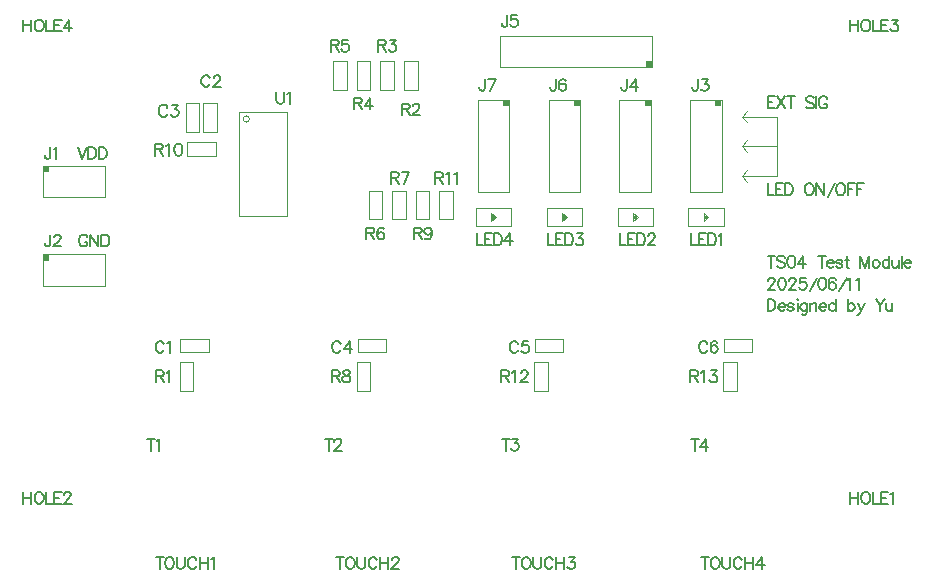
<source format=gto>
G04*
G04 #@! TF.GenerationSoftware,Altium Limited,Altium Designer,25.6.2 (33)*
G04*
G04 Layer_Color=8757620*
%FSLAX44Y44*%
%MOMM*%
G71*
G04*
G04 #@! TF.SameCoordinates,5A2B70AC-5458-4EE4-9834-206D764CF899*
G04*
G04*
G04 #@! TF.FilePolarity,Positive*
G04*
G01*
G75*
%ADD10C,0.1000*%
%ADD11C,0.2000*%
%ADD12R,0.6000X0.6000*%
%ADD13R,0.6000X0.6000*%
D10*
X223500Y402910D02*
G03*
X223500Y402910I-2760J0D01*
G01*
X640000Y355000D02*
X645000Y350000D01*
X640000Y355000D02*
X640000D01*
X645000Y360000D01*
X640000Y355000D02*
X640000D01*
Y380000D02*
X645000Y375000D01*
X640000Y380000D02*
X640000D01*
X645000Y385000D01*
X640000Y380000D02*
X640000D01*
X640000Y405000D02*
X645000Y400000D01*
X640000Y405000D02*
X645000Y410000D01*
X640000Y405000D02*
X640000D01*
X640000Y355000D02*
X670000D01*
Y380000D01*
X640000D02*
X670000D01*
Y405000D01*
X640000D02*
X670000D01*
X214500Y409250D02*
X255500D01*
X214500Y320750D02*
Y409250D01*
Y320750D02*
X255500D01*
Y409250D01*
X624250Y172870D02*
Y197130D01*
Y172870D02*
X635750D01*
Y197130D01*
X624500D02*
X635500D01*
X649130Y205500D02*
Y216500D01*
X624870Y205250D02*
X649130D01*
X624870D02*
Y216750D01*
X649130D01*
X464250Y172870D02*
Y197130D01*
Y172870D02*
X475750D01*
Y197130D01*
X464500D02*
X475500D01*
X489130Y205500D02*
Y216500D01*
X464870Y205250D02*
X489130D01*
X464870D02*
Y216750D01*
X489130D01*
X314250Y172870D02*
Y197130D01*
Y172870D02*
X325750D01*
Y197130D01*
X314500D02*
X325500D01*
X339130Y205500D02*
Y216500D01*
X314870Y205250D02*
X339130D01*
X314870D02*
Y216750D01*
X339130D01*
X354500Y452130D02*
X365500D01*
X365750Y427870D02*
Y452130D01*
X354250Y427870D02*
X365750D01*
X354250D02*
Y452130D01*
X334250Y427870D02*
Y452130D01*
Y427870D02*
X345750D01*
Y452130D01*
X334500D02*
X345500D01*
X314250Y427870D02*
Y452130D01*
Y427870D02*
X325750D01*
Y452130D01*
X314500D02*
X325500D01*
X294250Y427870D02*
Y452130D01*
Y427870D02*
X305750D01*
Y452130D01*
X294500D02*
X305500D01*
X395750Y317870D02*
Y342130D01*
X384250D02*
X395750D01*
X384250Y317870D02*
Y342130D01*
X384500Y317870D02*
X395500D01*
X375750D02*
Y342130D01*
X364250D02*
X375750D01*
X364250Y317870D02*
Y342130D01*
X364500Y317870D02*
X375500D01*
X355750D02*
Y342130D01*
X344250D02*
X355750D01*
X344250Y317870D02*
Y342130D01*
X344500Y317870D02*
X355500D01*
X335750D02*
Y342130D01*
X324250D02*
X335750D01*
X324250Y317870D02*
Y342130D01*
X324500Y317870D02*
X335500D01*
X609000Y319000D02*
Y321000D01*
Y320000D02*
X611000D01*
X608500Y318000D02*
Y322000D01*
X610500Y320000D01*
X608500Y318000D02*
X610500Y320000D01*
X608000Y316500D02*
X612000Y320000D01*
X608000Y316500D02*
Y323500D01*
X612000Y320000D01*
X595000Y327500D02*
X625000D01*
Y312500D02*
Y327500D01*
X595000Y312500D02*
X625000D01*
X595000D02*
Y327500D01*
X549000Y319000D02*
Y321000D01*
Y320000D02*
X551000D01*
X548500Y318000D02*
Y322000D01*
X550500Y320000D01*
X548500Y318000D02*
X550500Y320000D01*
X548000Y316500D02*
X552000Y320000D01*
X548000Y316500D02*
Y323500D01*
X552000Y320000D01*
X535000Y327500D02*
X565000D01*
Y312500D02*
Y327500D01*
X535000Y312500D02*
X565000D01*
X535000D02*
Y327500D01*
X489000Y319000D02*
Y321000D01*
Y320000D02*
X491000D01*
X488500Y318000D02*
Y322000D01*
X490500Y320000D01*
X488500Y318000D02*
X490500Y320000D01*
X488000Y316500D02*
X492000Y320000D01*
X488000Y316500D02*
Y323500D01*
X492000Y320000D01*
X475000Y327500D02*
X505000D01*
Y312500D02*
Y327500D01*
X475000Y312500D02*
X505000D01*
X475000D02*
Y327500D01*
X429000Y319000D02*
Y321000D01*
Y320000D02*
X431000D01*
X428500Y318000D02*
Y322000D01*
X430500Y320000D01*
X428500Y318000D02*
X430500Y320000D01*
X428000Y316500D02*
X432000Y320000D01*
X428000Y316500D02*
Y323500D01*
X432000Y320000D01*
X415000Y327500D02*
X445000D01*
Y312500D02*
Y327500D01*
X415000Y312500D02*
X445000D01*
X415000D02*
Y327500D01*
X48600Y288400D02*
X101400D01*
Y261600D02*
Y288400D01*
X48600Y261900D02*
X101400D01*
X48600Y261600D02*
Y288400D01*
Y363400D02*
X101400D01*
Y336600D02*
Y363400D01*
X48600Y336900D02*
X101400D01*
X48600Y336600D02*
Y363400D01*
X170740Y383450D02*
X195000D01*
X170740Y371950D02*
Y383450D01*
Y371950D02*
X195000D01*
Y372200D02*
Y383200D01*
X184500Y416130D02*
X195500D01*
X195750Y391870D02*
Y416130D01*
X184250Y391870D02*
X195750D01*
X184250D02*
Y416130D01*
X169500Y391870D02*
X180500D01*
X169250D02*
Y416130D01*
X180750D01*
Y391870D02*
Y416130D01*
X164250Y172870D02*
Y197130D01*
Y172870D02*
X175750D01*
Y197130D01*
X164500D02*
X175500D01*
X189130Y205500D02*
Y216500D01*
X164870Y205250D02*
X189130D01*
X164870D02*
Y216750D01*
X189130D01*
X443400Y340900D02*
Y419100D01*
X416600Y340900D02*
Y419100D01*
Y340900D02*
X443400D01*
X416600Y419100D02*
X443400D01*
X503400Y340900D02*
Y419100D01*
X476600Y340900D02*
Y419100D01*
Y340900D02*
X503400D01*
X476600Y419100D02*
X503400D01*
X563400Y340900D02*
Y419100D01*
X536600Y340900D02*
Y419100D01*
Y340900D02*
X563400D01*
X536600Y419100D02*
X563400D01*
X623400Y340900D02*
Y419100D01*
X596600Y340900D02*
Y419100D01*
Y340900D02*
X623400D01*
X596600Y419100D02*
X623400D01*
X435500Y446600D02*
X564500D01*
X435500Y473400D02*
X564500D01*
X435500Y446600D02*
Y473400D01*
X564500Y446600D02*
Y473400D01*
D11*
X662000Y250331D02*
Y240333D01*
Y250331D02*
X665333D01*
X666761Y249854D01*
X667713Y248902D01*
X668189Y247950D01*
X668665Y246522D01*
Y244141D01*
X668189Y242713D01*
X667713Y241761D01*
X666761Y240809D01*
X665333Y240333D01*
X662000D01*
X670903Y244141D02*
X676616D01*
Y245093D01*
X676140Y246046D01*
X675664Y246522D01*
X674712Y246998D01*
X673283D01*
X672331Y246522D01*
X671379Y245570D01*
X670903Y244141D01*
Y243189D01*
X671379Y241761D01*
X672331Y240809D01*
X673283Y240333D01*
X674712D01*
X675664Y240809D01*
X676616Y241761D01*
X683995Y245570D02*
X683519Y246522D01*
X682091Y246998D01*
X680663D01*
X679234Y246522D01*
X678758Y245570D01*
X679234Y244617D01*
X680187Y244141D01*
X682567Y243665D01*
X683519Y243189D01*
X683995Y242237D01*
Y241761D01*
X683519Y240809D01*
X682091Y240333D01*
X680663D01*
X679234Y240809D01*
X678758Y241761D01*
X687042Y250331D02*
X687518Y249854D01*
X687994Y250331D01*
X687518Y250807D01*
X687042Y250331D01*
X687518Y246998D02*
Y240333D01*
X695469Y246998D02*
Y239380D01*
X694993Y237952D01*
X694517Y237476D01*
X693565Y237000D01*
X692136D01*
X691184Y237476D01*
X695469Y245570D02*
X694517Y246522D01*
X693565Y246998D01*
X692136D01*
X691184Y246522D01*
X690232Y245570D01*
X689756Y244141D01*
Y243189D01*
X690232Y241761D01*
X691184Y240809D01*
X692136Y240333D01*
X693565D01*
X694517Y240809D01*
X695469Y241761D01*
X698135Y246998D02*
Y240333D01*
Y245093D02*
X699563Y246522D01*
X700516Y246998D01*
X701944D01*
X702896Y246522D01*
X703372Y245093D01*
Y240333D01*
X705991Y244141D02*
X711704D01*
Y245093D01*
X711227Y246046D01*
X710751Y246522D01*
X709799Y246998D01*
X708371D01*
X707419Y246522D01*
X706467Y245570D01*
X705991Y244141D01*
Y243189D01*
X706467Y241761D01*
X707419Y240809D01*
X708371Y240333D01*
X709799D01*
X710751Y240809D01*
X711704Y241761D01*
X719559Y250331D02*
Y240333D01*
Y245570D02*
X718607Y246522D01*
X717655Y246998D01*
X716227D01*
X715274Y246522D01*
X714322Y245570D01*
X713846Y244141D01*
Y243189D01*
X714322Y241761D01*
X715274Y240809D01*
X716227Y240333D01*
X717655D01*
X718607Y240809D01*
X719559Y241761D01*
X730081Y250331D02*
Y240333D01*
Y245570D02*
X731033Y246522D01*
X731985Y246998D01*
X733413D01*
X734365Y246522D01*
X735318Y245570D01*
X735794Y244141D01*
Y243189D01*
X735318Y241761D01*
X734365Y240809D01*
X733413Y240333D01*
X731985D01*
X731033Y240809D01*
X730081Y241761D01*
X738412Y246998D02*
X741269Y240333D01*
X744125Y246998D02*
X741269Y240333D01*
X740316Y238428D01*
X739364Y237476D01*
X738412Y237000D01*
X737936D01*
X753647Y250331D02*
X757456Y245570D01*
Y240333D01*
X761264Y250331D02*
X757456Y245570D01*
X762550Y246998D02*
Y242237D01*
X763026Y240809D01*
X763978Y240333D01*
X765406D01*
X766359Y240809D01*
X767787Y242237D01*
Y246998D02*
Y240333D01*
X662476Y266046D02*
Y266522D01*
X662952Y267474D01*
X663428Y267950D01*
X664380Y268426D01*
X666285D01*
X667237Y267950D01*
X667713Y267474D01*
X668189Y266522D01*
Y265570D01*
X667713Y264617D01*
X666761Y263189D01*
X662000Y258428D01*
X668665D01*
X673759Y268426D02*
X672331Y267950D01*
X671379Y266522D01*
X670903Y264141D01*
Y262713D01*
X671379Y260333D01*
X672331Y258904D01*
X673759Y258428D01*
X674712D01*
X676140Y258904D01*
X677092Y260333D01*
X677568Y262713D01*
Y264141D01*
X677092Y266522D01*
X676140Y267950D01*
X674712Y268426D01*
X673759D01*
X680282Y266046D02*
Y266522D01*
X680758Y267474D01*
X681234Y267950D01*
X682186Y268426D01*
X684090D01*
X685043Y267950D01*
X685519Y267474D01*
X685995Y266522D01*
Y265570D01*
X685519Y264617D01*
X684567Y263189D01*
X679806Y258428D01*
X686471D01*
X694422Y268426D02*
X689661D01*
X689185Y264141D01*
X689661Y264617D01*
X691089Y265093D01*
X692517D01*
X693945Y264617D01*
X694898Y263665D01*
X695374Y262237D01*
Y261285D01*
X694898Y259856D01*
X693945Y258904D01*
X692517Y258428D01*
X691089D01*
X689661Y258904D01*
X689185Y259380D01*
X688709Y260333D01*
X697611Y257000D02*
X704277Y268426D01*
X707800D02*
X706371Y267950D01*
X705419Y266522D01*
X704943Y264141D01*
Y262713D01*
X705419Y260333D01*
X706371Y258904D01*
X707800Y258428D01*
X708752D01*
X710180Y258904D01*
X711132Y260333D01*
X711608Y262713D01*
Y264141D01*
X711132Y266522D01*
X710180Y267950D01*
X708752Y268426D01*
X707800D01*
X719559Y266998D02*
X719083Y267950D01*
X717655Y268426D01*
X716703D01*
X715274Y267950D01*
X714322Y266522D01*
X713846Y264141D01*
Y261761D01*
X714322Y259856D01*
X715274Y258904D01*
X716703Y258428D01*
X717179D01*
X718607Y258904D01*
X719559Y259856D01*
X720035Y261285D01*
Y261761D01*
X719559Y263189D01*
X718607Y264141D01*
X717179Y264617D01*
X716703D01*
X715274Y264141D01*
X714322Y263189D01*
X713846Y261761D01*
X722225Y257000D02*
X728890Y268426D01*
X729557Y266522D02*
X730509Y266998D01*
X731937Y268426D01*
Y258428D01*
X736889Y266522D02*
X737841Y266998D01*
X739269Y268426D01*
Y258428D01*
X665333Y286998D02*
Y277000D01*
X662000Y286998D02*
X668665D01*
X676521Y285570D02*
X675568Y286522D01*
X674140Y286998D01*
X672236D01*
X670808Y286522D01*
X669855Y285570D01*
Y284617D01*
X670332Y283665D01*
X670808Y283189D01*
X671760Y282713D01*
X674616Y281761D01*
X675568Y281285D01*
X676045Y280809D01*
X676521Y279856D01*
Y278428D01*
X675568Y277476D01*
X674140Y277000D01*
X672236D01*
X670808Y277476D01*
X669855Y278428D01*
X681615Y286998D02*
X680187Y286522D01*
X679234Y285093D01*
X678758Y282713D01*
Y281285D01*
X679234Y278904D01*
X680187Y277476D01*
X681615Y277000D01*
X682567D01*
X683995Y277476D01*
X684947Y278904D01*
X685424Y281285D01*
Y282713D01*
X684947Y285093D01*
X683995Y286522D01*
X682567Y286998D01*
X681615D01*
X692422D02*
X687661Y280333D01*
X694802D01*
X692422Y286998D02*
Y277000D01*
X707752Y286998D02*
Y277000D01*
X704419Y286998D02*
X711085D01*
X712275Y280809D02*
X717988D01*
Y281761D01*
X717512Y282713D01*
X717036Y283189D01*
X716084Y283665D01*
X714655D01*
X713703Y283189D01*
X712751Y282237D01*
X712275Y280809D01*
Y279856D01*
X712751Y278428D01*
X713703Y277476D01*
X714655Y277000D01*
X716084D01*
X717036Y277476D01*
X717988Y278428D01*
X725367Y282237D02*
X724891Y283189D01*
X723463Y283665D01*
X722035D01*
X720607Y283189D01*
X720130Y282237D01*
X720607Y281285D01*
X721559Y280809D01*
X723939Y280333D01*
X724891Y279856D01*
X725367Y278904D01*
Y278428D01*
X724891Y277476D01*
X723463Y277000D01*
X722035D01*
X720607Y277476D01*
X720130Y278428D01*
X728890Y286998D02*
Y278904D01*
X729367Y277476D01*
X730319Y277000D01*
X731271D01*
X727462Y283665D02*
X730795D01*
X740555Y286998D02*
Y277000D01*
Y286998D02*
X744363Y277000D01*
X748172Y286998D02*
X744363Y277000D01*
X748172Y286998D02*
Y277000D01*
X753409Y283665D02*
X752457Y283189D01*
X751505Y282237D01*
X751029Y280809D01*
Y279856D01*
X751505Y278428D01*
X752457Y277476D01*
X753409Y277000D01*
X754837D01*
X755789Y277476D01*
X756742Y278428D01*
X757218Y279856D01*
Y280809D01*
X756742Y282237D01*
X755789Y283189D01*
X754837Y283665D01*
X753409D01*
X765121Y286998D02*
Y277000D01*
Y282237D02*
X764169Y283189D01*
X763216Y283665D01*
X761788D01*
X760836Y283189D01*
X759884Y282237D01*
X759408Y280809D01*
Y279856D01*
X759884Y278428D01*
X760836Y277476D01*
X761788Y277000D01*
X763216D01*
X764169Y277476D01*
X765121Y278428D01*
X767787Y283665D02*
Y278904D01*
X768263Y277476D01*
X769215Y277000D01*
X770643D01*
X771596Y277476D01*
X773024Y278904D01*
Y283665D02*
Y277000D01*
X775642Y286998D02*
Y277000D01*
X777737Y280809D02*
X783450D01*
Y281761D01*
X782974Y282713D01*
X782498Y283189D01*
X781546Y283665D01*
X780117D01*
X779165Y283189D01*
X778213Y282237D01*
X777737Y280809D01*
Y279856D01*
X778213Y278428D01*
X779165Y277476D01*
X780117Y277000D01*
X781546D01*
X782498Y277476D01*
X783450Y278428D01*
X668189Y421998D02*
X662000D01*
Y412000D01*
X668189D01*
X662000Y417237D02*
X665809D01*
X669855Y421998D02*
X676521Y412000D01*
Y421998D02*
X669855Y412000D01*
X682091Y421998D02*
Y412000D01*
X678758Y421998D02*
X685424D01*
X701134Y420570D02*
X700182Y421522D01*
X698754Y421998D01*
X696850D01*
X695421Y421522D01*
X694469Y420570D01*
Y419617D01*
X694945Y418665D01*
X695421Y418189D01*
X696374Y417713D01*
X699230Y416761D01*
X700182Y416285D01*
X700658Y415809D01*
X701134Y414856D01*
Y413428D01*
X700182Y412476D01*
X698754Y412000D01*
X696850D01*
X695421Y412476D01*
X694469Y413428D01*
X703372Y421998D02*
Y412000D01*
X712608Y419617D02*
X712132Y420570D01*
X711180Y421522D01*
X710228Y421998D01*
X708323D01*
X707371Y421522D01*
X706419Y420570D01*
X705943Y419617D01*
X705467Y418189D01*
Y415809D01*
X705943Y414380D01*
X706419Y413428D01*
X707371Y412476D01*
X708323Y412000D01*
X710228D01*
X711180Y412476D01*
X712132Y413428D01*
X712608Y414380D01*
Y415809D01*
X710228D02*
X712608D01*
X662000Y348426D02*
Y338428D01*
X667713D01*
X674997Y348426D02*
X668808D01*
Y338428D01*
X674997D01*
X668808Y343665D02*
X672617D01*
X676664Y348426D02*
Y338428D01*
Y348426D02*
X679996D01*
X681424Y347950D01*
X682377Y346998D01*
X682853Y346046D01*
X683329Y344617D01*
Y342237D01*
X682853Y340809D01*
X682377Y339856D01*
X681424Y338904D01*
X679996Y338428D01*
X676664D01*
X696278Y348426D02*
X695326Y347950D01*
X694374Y346998D01*
X693898Y346046D01*
X693422Y344617D01*
Y342237D01*
X693898Y340809D01*
X694374Y339856D01*
X695326Y338904D01*
X696278Y338428D01*
X698183D01*
X699135Y338904D01*
X700087Y339856D01*
X700563Y340809D01*
X701039Y342237D01*
Y344617D01*
X700563Y346046D01*
X700087Y346998D01*
X699135Y347950D01*
X698183Y348426D01*
X696278D01*
X703372D02*
Y338428D01*
Y348426D02*
X710037Y338428D01*
Y348426D02*
Y338428D01*
X712799Y337000D02*
X719464Y348426D01*
X722987D02*
X722035Y347950D01*
X721083Y346998D01*
X720607Y346046D01*
X720130Y344617D01*
Y342237D01*
X720607Y340809D01*
X721083Y339856D01*
X722035Y338904D01*
X722987Y338428D01*
X724891D01*
X725844Y338904D01*
X726796Y339856D01*
X727272Y340809D01*
X727748Y342237D01*
Y344617D01*
X727272Y346046D01*
X726796Y346998D01*
X725844Y347950D01*
X724891Y348426D01*
X722987D01*
X730081D02*
Y338428D01*
Y348426D02*
X736270D01*
X730081Y343665D02*
X733889D01*
X737412Y348426D02*
Y338428D01*
Y348426D02*
X743602D01*
X737412Y343665D02*
X741221D01*
X246096Y425999D02*
Y418858D01*
X246573Y417429D01*
X247525Y416477D01*
X248953Y416001D01*
X249905D01*
X251334Y416477D01*
X252286Y417429D01*
X252762Y418858D01*
Y425999D01*
X255523Y424095D02*
X256475Y424571D01*
X257903Y425999D01*
Y416001D01*
X596550Y189999D02*
Y180001D01*
Y189999D02*
X600835D01*
X602263Y189523D01*
X602739Y189047D01*
X603215Y188095D01*
Y187142D01*
X602739Y186190D01*
X602263Y185714D01*
X600835Y185238D01*
X596550D01*
X599883D02*
X603215Y180001D01*
X605453Y188095D02*
X606405Y188571D01*
X607833Y189999D01*
Y180001D01*
X613737Y189999D02*
X618974D01*
X616117Y186190D01*
X617546D01*
X618498Y185714D01*
X618974Y185238D01*
X619450Y183810D01*
Y182858D01*
X618974Y181429D01*
X618022Y180477D01*
X616593Y180001D01*
X615165D01*
X613737Y180477D01*
X613261Y180953D01*
X612785Y181905D01*
X611072Y212619D02*
X610596Y213571D01*
X609643Y214523D01*
X608691Y214999D01*
X606787D01*
X605835Y214523D01*
X604883Y213571D01*
X604406Y212619D01*
X603930Y211190D01*
Y208810D01*
X604406Y207381D01*
X604883Y206429D01*
X605835Y205477D01*
X606787Y205001D01*
X608691D01*
X609643Y205477D01*
X610596Y206429D01*
X611072Y207381D01*
X619594Y213571D02*
X619118Y214523D01*
X617689Y214999D01*
X616737D01*
X615309Y214523D01*
X614357Y213095D01*
X613881Y210714D01*
Y208334D01*
X614357Y206429D01*
X615309Y205477D01*
X616737Y205001D01*
X617213D01*
X618642Y205477D01*
X619594Y206429D01*
X620070Y207858D01*
Y208334D01*
X619594Y209762D01*
X618642Y210714D01*
X617213Y211190D01*
X616737D01*
X615309Y210714D01*
X614357Y209762D01*
X613881Y208334D01*
X436550Y189999D02*
Y180001D01*
Y189999D02*
X440835D01*
X442263Y189523D01*
X442739Y189047D01*
X443215Y188095D01*
Y187142D01*
X442739Y186190D01*
X442263Y185714D01*
X440835Y185238D01*
X436550D01*
X439883D02*
X443215Y180001D01*
X445453Y188095D02*
X446405Y188571D01*
X447833Y189999D01*
Y180001D01*
X453261Y187619D02*
Y188095D01*
X453737Y189047D01*
X454213Y189523D01*
X455165Y189999D01*
X457070D01*
X458022Y189523D01*
X458498Y189047D01*
X458974Y188095D01*
Y187142D01*
X458498Y186190D01*
X457546Y184762D01*
X452785Y180001D01*
X459450D01*
X450834Y212619D02*
X450358Y213571D01*
X449405Y214523D01*
X448453Y214999D01*
X446549D01*
X445597Y214523D01*
X444644Y213571D01*
X444168Y212619D01*
X443692Y211190D01*
Y208810D01*
X444168Y207381D01*
X444644Y206429D01*
X445597Y205477D01*
X446549Y205001D01*
X448453D01*
X449405Y205477D01*
X450358Y206429D01*
X450834Y207381D01*
X459356Y214999D02*
X454595D01*
X454119Y210714D01*
X454595Y211190D01*
X456023Y211666D01*
X457451D01*
X458880Y211190D01*
X459832Y210238D01*
X460308Y208810D01*
Y207858D01*
X459832Y206429D01*
X458880Y205477D01*
X457451Y205001D01*
X456023D01*
X454595Y205477D01*
X454119Y205953D01*
X453643Y206905D01*
X293216Y189999D02*
Y180001D01*
Y189999D02*
X297501D01*
X298929Y189523D01*
X299405Y189047D01*
X299881Y188095D01*
Y187142D01*
X299405Y186190D01*
X298929Y185714D01*
X297501Y185238D01*
X293216D01*
X296549D02*
X299881Y180001D01*
X304499Y189999D02*
X303071Y189523D01*
X302595Y188571D01*
Y187619D01*
X303071Y186666D01*
X304023Y186190D01*
X305928Y185714D01*
X307356Y185238D01*
X308308Y184286D01*
X308784Y183334D01*
Y181905D01*
X308308Y180953D01*
X307832Y180477D01*
X306404Y180001D01*
X304499D01*
X303071Y180477D01*
X302595Y180953D01*
X302119Y181905D01*
Y183334D01*
X302595Y184286D01*
X303547Y185238D01*
X304975Y185714D01*
X306880Y186190D01*
X307832Y186666D01*
X308308Y187619D01*
Y188571D01*
X307832Y189523D01*
X306404Y189999D01*
X304499D01*
X300596Y212619D02*
X300119Y213571D01*
X299167Y214523D01*
X298215Y214999D01*
X296311D01*
X295359Y214523D01*
X294406Y213571D01*
X293930Y212619D01*
X293454Y211190D01*
Y208810D01*
X293930Y207381D01*
X294406Y206429D01*
X295359Y205477D01*
X296311Y205001D01*
X298215D01*
X299167Y205477D01*
X300119Y206429D01*
X300596Y207381D01*
X308165Y214999D02*
X303405Y208334D01*
X310546D01*
X308165Y214999D02*
Y205001D01*
X352216Y415999D02*
Y406001D01*
Y415999D02*
X356501D01*
X357929Y415523D01*
X358405Y415047D01*
X358881Y414095D01*
Y413142D01*
X358405Y412190D01*
X357929Y411714D01*
X356501Y411238D01*
X352216D01*
X355549D02*
X358881Y406001D01*
X361595Y413619D02*
Y414095D01*
X362071Y415047D01*
X362547Y415523D01*
X363499Y415999D01*
X365404D01*
X366356Y415523D01*
X366832Y415047D01*
X367308Y414095D01*
Y413142D01*
X366832Y412190D01*
X365880Y410762D01*
X361119Y406001D01*
X367784D01*
X332216Y469999D02*
Y460001D01*
Y469999D02*
X336501D01*
X337929Y469523D01*
X338405Y469047D01*
X338881Y468095D01*
Y467142D01*
X338405Y466190D01*
X337929Y465714D01*
X336501Y465238D01*
X332216D01*
X335549D02*
X338881Y460001D01*
X342071Y469999D02*
X347308D01*
X344451Y466190D01*
X345880D01*
X346832Y465714D01*
X347308Y465238D01*
X347784Y463810D01*
Y462858D01*
X347308Y461429D01*
X346356Y460477D01*
X344927Y460001D01*
X343499D01*
X342071Y460477D01*
X341595Y460953D01*
X341119Y461906D01*
X311978Y420999D02*
Y411001D01*
Y420999D02*
X316263D01*
X317691Y420523D01*
X318167Y420047D01*
X318643Y419095D01*
Y418142D01*
X318167Y417190D01*
X317691Y416714D01*
X316263Y416238D01*
X311978D01*
X315310D02*
X318643Y411001D01*
X325642Y420999D02*
X320881Y414334D01*
X328022D01*
X325642Y420999D02*
Y411001D01*
X292216Y469999D02*
Y460001D01*
Y469999D02*
X296501D01*
X297929Y469523D01*
X298405Y469047D01*
X298881Y468095D01*
Y467142D01*
X298405Y466190D01*
X297929Y465714D01*
X296501Y465238D01*
X292216D01*
X295549D02*
X298881Y460001D01*
X306832Y469999D02*
X302071D01*
X301595Y465714D01*
X302071Y466190D01*
X303499Y466666D01*
X304928D01*
X306356Y466190D01*
X307308Y465238D01*
X307784Y463810D01*
Y462858D01*
X307308Y461429D01*
X306356Y460477D01*
X304928Y460001D01*
X303499D01*
X302071Y460477D01*
X301595Y460953D01*
X301119Y461906D01*
X380692Y357999D02*
Y348001D01*
Y357999D02*
X384977D01*
X386406Y357523D01*
X386882Y357047D01*
X387358Y356095D01*
Y355142D01*
X386882Y354190D01*
X386406Y353714D01*
X384977Y353238D01*
X380692D01*
X384025D02*
X387358Y348001D01*
X389595Y356095D02*
X390547Y356571D01*
X391976Y357999D01*
Y348001D01*
X396927Y356095D02*
X397879Y356571D01*
X399308Y357999D01*
Y348001D01*
X362454Y310999D02*
Y301001D01*
Y310999D02*
X366739D01*
X368167Y310523D01*
X368643Y310047D01*
X369119Y309095D01*
Y308142D01*
X368643Y307190D01*
X368167Y306714D01*
X366739Y306238D01*
X362454D01*
X365787D02*
X369119Y301001D01*
X377546Y307666D02*
X377070Y306238D01*
X376118Y305286D01*
X374689Y304810D01*
X374213D01*
X372785Y305286D01*
X371833Y306238D01*
X371357Y307666D01*
Y308142D01*
X371833Y309571D01*
X372785Y310523D01*
X374213Y310999D01*
X374689D01*
X376118Y310523D01*
X377070Y309571D01*
X377546Y307666D01*
Y305286D01*
X377070Y302905D01*
X376118Y301477D01*
X374689Y301001D01*
X373737D01*
X372309Y301477D01*
X371833Y302429D01*
X343216Y357999D02*
Y348001D01*
Y357999D02*
X347501D01*
X348929Y357523D01*
X349405Y357047D01*
X349881Y356095D01*
Y355142D01*
X349405Y354190D01*
X348929Y353714D01*
X347501Y353238D01*
X343216D01*
X346549D02*
X349881Y348001D01*
X358784Y357999D02*
X354023Y348001D01*
X352119Y357999D02*
X358784D01*
X322454Y310999D02*
Y301001D01*
Y310999D02*
X326739D01*
X328167Y310523D01*
X328643Y310047D01*
X329119Y309095D01*
Y308142D01*
X328643Y307190D01*
X328167Y306714D01*
X326739Y306238D01*
X322454D01*
X325787D02*
X329119Y301001D01*
X337070Y309571D02*
X336594Y310523D01*
X335166Y310999D01*
X334213D01*
X332785Y310523D01*
X331833Y309095D01*
X331357Y306714D01*
Y304334D01*
X331833Y302429D01*
X332785Y301477D01*
X334213Y301001D01*
X334689D01*
X336118Y301477D01*
X337070Y302429D01*
X337546Y303858D01*
Y304334D01*
X337070Y305762D01*
X336118Y306714D01*
X334689Y307190D01*
X334213D01*
X332785Y306714D01*
X331833Y305762D01*
X331357Y304334D01*
X597027Y305999D02*
Y296001D01*
X602740D01*
X610024Y305999D02*
X603835D01*
Y296001D01*
X610024D01*
X603835Y301238D02*
X607643D01*
X611690Y305999D02*
Y296001D01*
Y305999D02*
X615023D01*
X616451Y305523D01*
X617403Y304571D01*
X617879Y303619D01*
X618355Y302190D01*
Y299810D01*
X617879Y298382D01*
X617403Y297429D01*
X616451Y296477D01*
X615023Y296001D01*
X611690D01*
X620593Y304095D02*
X621545Y304571D01*
X622973Y305999D01*
Y296001D01*
X536884Y305999D02*
Y296001D01*
X542597D01*
X549881Y305999D02*
X543692D01*
Y296001D01*
X549881D01*
X543692Y301238D02*
X547501D01*
X551548Y305999D02*
Y296001D01*
Y305999D02*
X554880D01*
X556309Y305523D01*
X557261Y304571D01*
X557737Y303619D01*
X558213Y302190D01*
Y299810D01*
X557737Y298382D01*
X557261Y297429D01*
X556309Y296477D01*
X554880Y296001D01*
X551548D01*
X560927Y303619D02*
Y304095D01*
X561403Y305047D01*
X561879Y305523D01*
X562831Y305999D01*
X564735D01*
X565687Y305523D01*
X566164Y305047D01*
X566640Y304095D01*
Y303142D01*
X566164Y302190D01*
X565211Y300762D01*
X560451Y296001D01*
X567116D01*
X475884Y305999D02*
Y296001D01*
X481597D01*
X488881Y305999D02*
X482692D01*
Y296001D01*
X488881D01*
X482692Y301238D02*
X486501D01*
X490548Y305999D02*
Y296001D01*
Y305999D02*
X493880D01*
X495309Y305523D01*
X496261Y304571D01*
X496737Y303619D01*
X497213Y302190D01*
Y299810D01*
X496737Y298382D01*
X496261Y297429D01*
X495309Y296477D01*
X493880Y296001D01*
X490548D01*
X500403Y305999D02*
X505640D01*
X502783Y302190D01*
X504212D01*
X505164Y301714D01*
X505640Y301238D01*
X506116Y299810D01*
Y298858D01*
X505640Y297429D01*
X504688Y296477D01*
X503259Y296001D01*
X501831D01*
X500403Y296477D01*
X499927Y296953D01*
X499451Y297905D01*
X415646Y305999D02*
Y296001D01*
X421359D01*
X428643Y305999D02*
X422454D01*
Y296001D01*
X428643D01*
X422454Y301238D02*
X426263D01*
X430310Y305999D02*
Y296001D01*
Y305999D02*
X433642D01*
X435071Y305523D01*
X436023Y304571D01*
X436499Y303619D01*
X436975Y302190D01*
Y299810D01*
X436499Y298382D01*
X436023Y297429D01*
X435071Y296477D01*
X433642Y296001D01*
X430310D01*
X443973Y305999D02*
X439212Y299334D01*
X446354D01*
X443973Y305999D02*
Y296001D01*
X609333Y31998D02*
Y22000D01*
X606000Y31998D02*
X612665D01*
X616712D02*
X615760Y31522D01*
X614808Y30570D01*
X614332Y29617D01*
X613856Y28189D01*
Y25809D01*
X614332Y24380D01*
X614808Y23428D01*
X615760Y22476D01*
X616712Y22000D01*
X618616D01*
X619568Y22476D01*
X620521Y23428D01*
X620997Y24380D01*
X621473Y25809D01*
Y28189D01*
X620997Y29617D01*
X620521Y30570D01*
X619568Y31522D01*
X618616Y31998D01*
X616712D01*
X623806D02*
Y24857D01*
X624282Y23428D01*
X625234Y22476D01*
X626662Y22000D01*
X627614D01*
X629043Y22476D01*
X629995Y23428D01*
X630471Y24857D01*
Y31998D01*
X640374Y29617D02*
X639897Y30570D01*
X638945Y31522D01*
X637993Y31998D01*
X636089D01*
X635137Y31522D01*
X634184Y30570D01*
X633708Y29617D01*
X633232Y28189D01*
Y25809D01*
X633708Y24380D01*
X634184Y23428D01*
X635137Y22476D01*
X636089Y22000D01*
X637993D01*
X638945Y22476D01*
X639897Y23428D01*
X640374Y24380D01*
X643183Y31998D02*
Y22000D01*
X649848Y31998D02*
Y22000D01*
X643183Y27237D02*
X649848D01*
X657370Y31998D02*
X652609Y25333D01*
X659750D01*
X657370Y31998D02*
Y22000D01*
X449333Y31998D02*
Y22000D01*
X446000Y31998D02*
X452665D01*
X456712D02*
X455760Y31522D01*
X454808Y30570D01*
X454332Y29617D01*
X453856Y28189D01*
Y25809D01*
X454332Y24380D01*
X454808Y23428D01*
X455760Y22476D01*
X456712Y22000D01*
X458616D01*
X459568Y22476D01*
X460521Y23428D01*
X460997Y24380D01*
X461473Y25809D01*
Y28189D01*
X460997Y29617D01*
X460521Y30570D01*
X459568Y31522D01*
X458616Y31998D01*
X456712D01*
X463806D02*
Y24857D01*
X464282Y23428D01*
X465234Y22476D01*
X466662Y22000D01*
X467614D01*
X469043Y22476D01*
X469995Y23428D01*
X470471Y24857D01*
Y31998D01*
X480374Y29617D02*
X479897Y30570D01*
X478945Y31522D01*
X477993Y31998D01*
X476089D01*
X475137Y31522D01*
X474184Y30570D01*
X473708Y29617D01*
X473232Y28189D01*
Y25809D01*
X473708Y24380D01*
X474184Y23428D01*
X475137Y22476D01*
X476089Y22000D01*
X477993D01*
X478945Y22476D01*
X479897Y23428D01*
X480374Y24380D01*
X483182Y31998D02*
Y22000D01*
X489848Y31998D02*
Y22000D01*
X483182Y27237D02*
X489848D01*
X493561Y31998D02*
X498798D01*
X495942Y28189D01*
X497370D01*
X498322Y27713D01*
X498798Y27237D01*
X499274Y25809D01*
Y24857D01*
X498798Y23428D01*
X497846Y22476D01*
X496418Y22000D01*
X494990D01*
X493561Y22476D01*
X493085Y22952D01*
X492609Y23904D01*
X300333Y31998D02*
Y22000D01*
X297000Y31998D02*
X303665D01*
X307712D02*
X306760Y31522D01*
X305808Y30570D01*
X305331Y29617D01*
X304855Y28189D01*
Y25809D01*
X305331Y24380D01*
X305808Y23428D01*
X306760Y22476D01*
X307712Y22000D01*
X309616D01*
X310569Y22476D01*
X311521Y23428D01*
X311997Y24380D01*
X312473Y25809D01*
Y28189D01*
X311997Y29617D01*
X311521Y30570D01*
X310569Y31522D01*
X309616Y31998D01*
X307712D01*
X314806D02*
Y24857D01*
X315282Y23428D01*
X316234Y22476D01*
X317662Y22000D01*
X318614D01*
X320043Y22476D01*
X320995Y23428D01*
X321471Y24857D01*
Y31998D01*
X331374Y29617D02*
X330897Y30570D01*
X329945Y31522D01*
X328993Y31998D01*
X327089D01*
X326137Y31522D01*
X325184Y30570D01*
X324708Y29617D01*
X324232Y28189D01*
Y25809D01*
X324708Y24380D01*
X325184Y23428D01*
X326137Y22476D01*
X327089Y22000D01*
X328993D01*
X329945Y22476D01*
X330897Y23428D01*
X331374Y24380D01*
X334183Y31998D02*
Y22000D01*
X340848Y31998D02*
Y22000D01*
X334183Y27237D02*
X340848D01*
X344085Y29617D02*
Y30094D01*
X344561Y31046D01*
X345037Y31522D01*
X345989Y31998D01*
X347894D01*
X348846Y31522D01*
X349322Y31046D01*
X349798Y30094D01*
Y29141D01*
X349322Y28189D01*
X348370Y26761D01*
X343609Y22000D01*
X350274D01*
X147333Y31998D02*
Y22000D01*
X144000Y31998D02*
X150665D01*
X154712D02*
X153760Y31522D01*
X152808Y30570D01*
X152331Y29617D01*
X151855Y28189D01*
Y25809D01*
X152331Y24380D01*
X152808Y23428D01*
X153760Y22476D01*
X154712Y22000D01*
X156616D01*
X157569Y22476D01*
X158521Y23428D01*
X158997Y24380D01*
X159473Y25809D01*
Y28189D01*
X158997Y29617D01*
X158521Y30570D01*
X157569Y31522D01*
X156616Y31998D01*
X154712D01*
X161806D02*
Y24857D01*
X162282Y23428D01*
X163234Y22476D01*
X164662Y22000D01*
X165614D01*
X167043Y22476D01*
X167995Y23428D01*
X168471Y24857D01*
Y31998D01*
X178374Y29617D02*
X177897Y30570D01*
X176945Y31522D01*
X175993Y31998D01*
X174089D01*
X173137Y31522D01*
X172184Y30570D01*
X171708Y29617D01*
X171232Y28189D01*
Y25809D01*
X171708Y24380D01*
X172184Y23428D01*
X173137Y22476D01*
X174089Y22000D01*
X175993D01*
X176945Y22476D01*
X177897Y23428D01*
X178374Y24380D01*
X181182Y31998D02*
Y22000D01*
X187848Y31998D02*
Y22000D01*
X181182Y27237D02*
X187848D01*
X190609Y30094D02*
X191561Y30570D01*
X192990Y31998D01*
Y22000D01*
X54799Y304999D02*
Y297381D01*
X54323Y295953D01*
X53847Y295477D01*
X52895Y295001D01*
X51942D01*
X50990Y295477D01*
X50514Y295953D01*
X50038Y297381D01*
Y298334D01*
X57846Y302619D02*
Y303095D01*
X58322Y304047D01*
X58798Y304523D01*
X59750Y304999D01*
X61655D01*
X62607Y304523D01*
X63083Y304047D01*
X63559Y303095D01*
Y302142D01*
X63083Y301190D01*
X62131Y299762D01*
X57370Y295001D01*
X64035D01*
X86141Y302617D02*
X85665Y303570D01*
X84713Y304522D01*
X83761Y304998D01*
X81856D01*
X80904Y304522D01*
X79952Y303570D01*
X79476Y302617D01*
X79000Y301189D01*
Y298809D01*
X79476Y297380D01*
X79952Y296428D01*
X80904Y295476D01*
X81856Y295000D01*
X83761D01*
X84713Y295476D01*
X85665Y296428D01*
X86141Y297380D01*
Y298809D01*
X83761D02*
X86141D01*
X88427Y304998D02*
Y295000D01*
Y304998D02*
X95092Y295000D01*
Y304998D02*
Y295000D01*
X97853Y304998D02*
Y295000D01*
Y304998D02*
X101186D01*
X102614Y304522D01*
X103566Y303570D01*
X104042Y302617D01*
X104518Y301189D01*
Y298809D01*
X104042Y297380D01*
X103566Y296428D01*
X102614Y295476D01*
X101186Y295000D01*
X97853D01*
X78000Y378998D02*
X81809Y369000D01*
X85617Y378998D02*
X81809Y369000D01*
X86903Y378998D02*
Y369000D01*
Y378998D02*
X90236D01*
X91664Y378522D01*
X92616Y377570D01*
X93092Y376617D01*
X93568Y375189D01*
Y372809D01*
X93092Y371380D01*
X92616Y370428D01*
X91664Y369476D01*
X90236Y369000D01*
X86903D01*
X95806Y378998D02*
Y369000D01*
Y378998D02*
X99138D01*
X100567Y378522D01*
X101519Y377570D01*
X101995Y376617D01*
X102471Y375189D01*
Y372809D01*
X101995Y371380D01*
X101519Y370428D01*
X100567Y369476D01*
X99138Y369000D01*
X95806D01*
X54905Y378999D02*
Y371381D01*
X54429Y369953D01*
X53953Y369477D01*
X53000Y369001D01*
X52048D01*
X51096Y369477D01*
X50620Y369953D01*
X50144Y371381D01*
Y372334D01*
X57476Y377095D02*
X58428Y377571D01*
X59856Y378999D01*
Y369001D01*
X143550Y381999D02*
Y372001D01*
Y381999D02*
X147835D01*
X149263Y381523D01*
X149739Y381047D01*
X150215Y380095D01*
Y379142D01*
X149739Y378190D01*
X149263Y377714D01*
X147835Y377238D01*
X143550D01*
X146883D02*
X150215Y372001D01*
X152453Y380095D02*
X153405Y380571D01*
X154833Y381999D01*
Y372001D01*
X162641Y381999D02*
X161213Y381523D01*
X160261Y380095D01*
X159785Y377714D01*
Y376286D01*
X160261Y373905D01*
X161213Y372477D01*
X162641Y372001D01*
X163593D01*
X165022Y372477D01*
X165974Y373905D01*
X166450Y376286D01*
Y377714D01*
X165974Y380095D01*
X165022Y381523D01*
X163593Y381999D01*
X162641D01*
X189834Y437618D02*
X189357Y438571D01*
X188405Y439523D01*
X187453Y439999D01*
X185549D01*
X184597Y439523D01*
X183644Y438571D01*
X183168Y437618D01*
X182692Y436190D01*
Y433810D01*
X183168Y432382D01*
X183644Y431429D01*
X184597Y430477D01*
X185549Y430001D01*
X187453D01*
X188405Y430477D01*
X189357Y431429D01*
X189834Y432382D01*
X193119Y437618D02*
Y438095D01*
X193595Y439047D01*
X194071Y439523D01*
X195023Y439999D01*
X196927D01*
X197880Y439523D01*
X198356Y439047D01*
X198832Y438095D01*
Y437142D01*
X198356Y436190D01*
X197403Y434762D01*
X192642Y430001D01*
X199308D01*
X153834Y412618D02*
X153357Y413571D01*
X152405Y414523D01*
X151453Y414999D01*
X149549D01*
X148597Y414523D01*
X147644Y413571D01*
X147168Y412618D01*
X146692Y411190D01*
Y408810D01*
X147168Y407382D01*
X147644Y406429D01*
X148597Y405477D01*
X149549Y405001D01*
X151453D01*
X152405Y405477D01*
X153357Y406429D01*
X153834Y407382D01*
X157595Y414999D02*
X162832D01*
X159975Y411190D01*
X161403D01*
X162356Y410714D01*
X162832Y410238D01*
X163308Y408810D01*
Y407858D01*
X162832Y406429D01*
X161880Y405477D01*
X160451Y405001D01*
X159023D01*
X157595Y405477D01*
X157119Y405953D01*
X156643Y406905D01*
X144358Y189999D02*
Y180001D01*
Y189999D02*
X148643D01*
X150071Y189523D01*
X150548Y189047D01*
X151024Y188095D01*
Y187142D01*
X150548Y186190D01*
X150071Y185714D01*
X148643Y185238D01*
X144358D01*
X147691D02*
X151024Y180001D01*
X153261Y188095D02*
X154213Y188571D01*
X155642Y189999D01*
Y180001D01*
X150976Y212619D02*
X150500Y213571D01*
X149548Y214523D01*
X148596Y214999D01*
X146691D01*
X145739Y214523D01*
X144787Y213571D01*
X144311Y212619D01*
X143835Y211190D01*
Y208810D01*
X144311Y207381D01*
X144787Y206429D01*
X145739Y205477D01*
X146691Y205001D01*
X148596D01*
X149548Y205477D01*
X150500Y206429D01*
X150976Y207381D01*
X153785Y213095D02*
X154737Y213571D01*
X156165Y214999D01*
Y205001D01*
X32004Y487010D02*
Y477012D01*
X38669Y487010D02*
Y477012D01*
X32004Y482249D02*
X38669D01*
X44287Y487010D02*
X43335Y486534D01*
X42383Y485582D01*
X41907Y484629D01*
X41431Y483201D01*
Y480821D01*
X41907Y479392D01*
X42383Y478440D01*
X43335Y477488D01*
X44287Y477012D01*
X46191D01*
X47144Y477488D01*
X48096Y478440D01*
X48572Y479392D01*
X49048Y480821D01*
Y483201D01*
X48572Y484629D01*
X48096Y485582D01*
X47144Y486534D01*
X46191Y487010D01*
X44287D01*
X51381D02*
Y477012D01*
X57094D01*
X64378Y487010D02*
X58189D01*
Y477012D01*
X64378D01*
X58189Y482249D02*
X61998D01*
X70805Y487010D02*
X66044Y480345D01*
X73186D01*
X70805Y487010D02*
Y477012D01*
X732028Y487010D02*
Y477012D01*
X738693Y487010D02*
Y477012D01*
X732028Y482249D02*
X738693D01*
X744311Y487010D02*
X743359Y486534D01*
X742407Y485582D01*
X741931Y484629D01*
X741454Y483201D01*
Y480821D01*
X741931Y479392D01*
X742407Y478440D01*
X743359Y477488D01*
X744311Y477012D01*
X746215D01*
X747168Y477488D01*
X748120Y478440D01*
X748596Y479392D01*
X749072Y480821D01*
Y483201D01*
X748596Y484629D01*
X748120Y485582D01*
X747168Y486534D01*
X746215Y487010D01*
X744311D01*
X751405D02*
Y477012D01*
X757118D01*
X764402Y487010D02*
X758213D01*
Y477012D01*
X764402D01*
X758213Y482249D02*
X762022D01*
X767020Y487010D02*
X772258D01*
X769401Y483201D01*
X770829D01*
X771781Y482725D01*
X772258Y482249D01*
X772734Y480821D01*
Y479869D01*
X772258Y478440D01*
X771305Y477488D01*
X769877Y477012D01*
X768449D01*
X767020Y477488D01*
X766544Y477964D01*
X766068Y478916D01*
X32004Y87214D02*
Y77216D01*
X38669Y87214D02*
Y77216D01*
X32004Y82453D02*
X38669D01*
X44287Y87214D02*
X43335Y86738D01*
X42383Y85786D01*
X41907Y84833D01*
X41431Y83405D01*
Y81025D01*
X41907Y79596D01*
X42383Y78644D01*
X43335Y77692D01*
X44287Y77216D01*
X46191D01*
X47144Y77692D01*
X48096Y78644D01*
X48572Y79596D01*
X49048Y81025D01*
Y83405D01*
X48572Y84833D01*
X48096Y85786D01*
X47144Y86738D01*
X46191Y87214D01*
X44287D01*
X51381D02*
Y77216D01*
X57094D01*
X64378Y87214D02*
X58189D01*
Y77216D01*
X64378D01*
X58189Y82453D02*
X61998D01*
X66520Y84833D02*
Y85309D01*
X66996Y86262D01*
X67473Y86738D01*
X68425Y87214D01*
X70329D01*
X71281Y86738D01*
X71757Y86262D01*
X72234Y85309D01*
Y84357D01*
X71757Y83405D01*
X70805Y81977D01*
X66044Y77216D01*
X72710D01*
X732028Y87214D02*
Y77216D01*
X738693Y87214D02*
Y77216D01*
X732028Y82453D02*
X738693D01*
X744311Y87214D02*
X743359Y86738D01*
X742407Y85786D01*
X741931Y84833D01*
X741454Y83405D01*
Y81025D01*
X741931Y79596D01*
X742407Y78644D01*
X743359Y77692D01*
X744311Y77216D01*
X746215D01*
X747168Y77692D01*
X748120Y78644D01*
X748596Y79596D01*
X749072Y81025D01*
Y83405D01*
X748596Y84833D01*
X748120Y85786D01*
X747168Y86738D01*
X746215Y87214D01*
X744311D01*
X751405D02*
Y77216D01*
X757118D01*
X764402Y87214D02*
X758213D01*
Y77216D01*
X764402D01*
X758213Y82453D02*
X762022D01*
X766068Y85309D02*
X767020Y85786D01*
X768449Y87214D01*
Y77216D01*
X600233Y132172D02*
Y122174D01*
X596900Y132172D02*
X603565D01*
X609516D02*
X604756Y125507D01*
X611897D01*
X609516Y132172D02*
Y122174D01*
X440213Y132172D02*
Y122174D01*
X436880Y132172D02*
X443545D01*
X445688D02*
X450925D01*
X448068Y128363D01*
X449496D01*
X450448Y127887D01*
X450925Y127411D01*
X451401Y125983D01*
Y125030D01*
X450925Y123602D01*
X449972Y122650D01*
X448544Y122174D01*
X447116D01*
X445688Y122650D01*
X445212Y123126D01*
X444735Y124078D01*
X290353Y132172D02*
Y122174D01*
X287020Y132172D02*
X293685D01*
X295352Y129791D02*
Y130267D01*
X295828Y131220D01*
X296304Y131696D01*
X297256Y132172D01*
X299160D01*
X300112Y131696D01*
X300588Y131220D01*
X301065Y130267D01*
Y129315D01*
X300588Y128363D01*
X299636Y126935D01*
X294876Y122174D01*
X301541D01*
X140239Y132172D02*
Y122174D01*
X136906Y132172D02*
X143571D01*
X144761Y130267D02*
X145714Y130744D01*
X147142Y132172D01*
Y122174D01*
X422845Y436718D02*
Y429100D01*
X422369Y427672D01*
X421893Y427196D01*
X420941Y426720D01*
X419988D01*
X419036Y427196D01*
X418560Y427672D01*
X418084Y429100D01*
Y430053D01*
X432081Y436718D02*
X427320Y426720D01*
X425416Y436718D02*
X432081D01*
X482789D02*
Y429100D01*
X482313Y427672D01*
X481837Y427196D01*
X480885Y426720D01*
X479932D01*
X478980Y427196D01*
X478504Y427672D01*
X478028Y429100D01*
Y430053D01*
X491073Y435290D02*
X490597Y436242D01*
X489169Y436718D01*
X488216D01*
X486788Y436242D01*
X485836Y434813D01*
X485360Y432433D01*
Y430053D01*
X485836Y428148D01*
X486788Y427196D01*
X488216Y426720D01*
X488692D01*
X490121Y427196D01*
X491073Y428148D01*
X491549Y429576D01*
Y430053D01*
X491073Y431481D01*
X490121Y432433D01*
X488692Y432909D01*
X488216D01*
X486788Y432433D01*
X485836Y431481D01*
X485360Y430053D01*
X441641Y491074D02*
Y483456D01*
X441165Y482028D01*
X440689Y481552D01*
X439737Y481076D01*
X438784D01*
X437832Y481552D01*
X437356Y482028D01*
X436880Y483456D01*
Y484409D01*
X449925Y491074D02*
X445164D01*
X444688Y486789D01*
X445164Y487265D01*
X446592Y487741D01*
X448021D01*
X449449Y487265D01*
X450401Y486313D01*
X450877Y484885D01*
Y483932D01*
X450401Y482504D01*
X449449Y481552D01*
X448021Y481076D01*
X446592D01*
X445164Y481552D01*
X444688Y482028D01*
X444212Y482980D01*
X542987Y436718D02*
Y429100D01*
X542511Y427672D01*
X542035Y427196D01*
X541082Y426720D01*
X540130D01*
X539178Y427196D01*
X538702Y427672D01*
X538226Y429100D01*
Y430053D01*
X550319Y436718D02*
X545558Y430053D01*
X552699D01*
X550319Y436718D02*
Y426720D01*
X602931Y436718D02*
Y429100D01*
X602455Y427672D01*
X601979Y427196D01*
X601026Y426720D01*
X600074D01*
X599122Y427196D01*
X598646Y427672D01*
X598170Y429100D01*
Y430053D01*
X606454Y436718D02*
X611691D01*
X608834Y432909D01*
X610263D01*
X611215Y432433D01*
X611691Y431957D01*
X612167Y430529D01*
Y429576D01*
X611691Y428148D01*
X610739Y427196D01*
X609310Y426720D01*
X607882D01*
X606454Y427196D01*
X605978Y427672D01*
X605502Y428624D01*
D12*
X51101Y285400D02*
D03*
X51101Y360400D02*
D03*
D13*
X440400Y416100D02*
D03*
X500400Y416100D02*
D03*
X560400D02*
D03*
X620400D02*
D03*
X561501Y449600D02*
D03*
M02*

</source>
